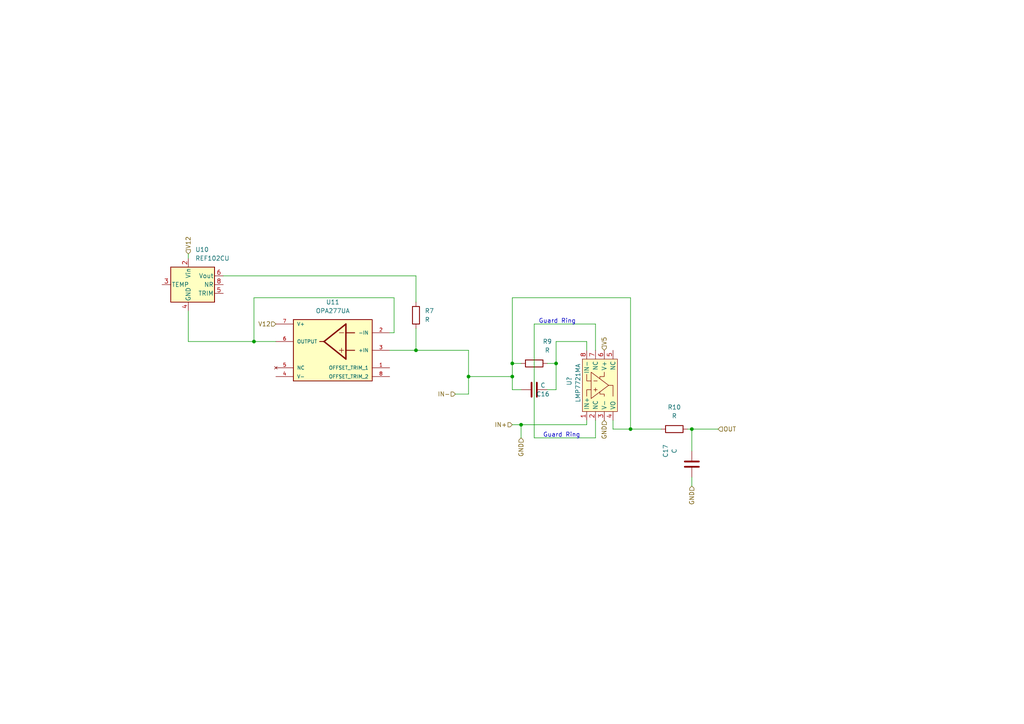
<source format=kicad_sch>
(kicad_sch (version 20211123) (generator eeschema)
  (paper "A4")
  (lib_symbols
    (symbol "Device:C" (pin_numbers hide) (pin_names (offset 0.254))
      (property "Reference" "C" (at 0.635 2.54 0))
      (property "Value" "C" (at 0.635 -2.54 0))
      (symbol "C_0_1"
        (polyline (pts (xy -2.032 -0.762) (xy 2.032 -0.762)) (stroke (width 0.508)))
        (polyline (pts (xy -2.032 0.762) (xy 2.032 0.762)) (stroke (width 0.508)))
      )
      (symbol "C_1_1"
        (pin passive line (at 0 3.81 270) (length 2.794) (name "~") (number "1"))
        (pin passive line (at 0 -3.81 90) (length 2.794) (name "~") (number "2"))
      )
    )
    (symbol "Device:R" (pin_numbers hide) (pin_names (offset 0))
      (property "Reference" "R" (at 2.032 0 90))
      (property "Value" "R" (at 0 0 90))
      (symbol "R_0_1"
        (rectangle (start -1.016 -2.54) (end 1.016 2.54) (stroke (width 0.254)))
      )
      (symbol "R_1_1"
        (pin passive line (at 0 3.81 270) (length 1.27) (name "~") (number "1"))
        (pin passive line (at 0 -3.81 90) (length 1.27) (name "~") (number "2"))
      )
    )
    (symbol "LMP7721:LMP7721MA"
      (property "Reference" "U" (at 0 6.35 0))
      (property "Value" "LMP7721MA" (at -0.635 8.89 0))
      (symbol "LMP7721MA_0_1"
        (rectangle (start -7.62 5.08) (end 7.62 -5.08) (fill (type background)))
        (polyline (pts (xy -1.778 1.27) (xy -0.762 1.27)))
        (polyline (pts (xy -1.27 1.778) (xy -1.27 0.762)))
        (polyline (pts (xy 1.27 1.778) (xy 1.27 0.762)))
        (polyline (pts (xy -1.27 2.54) (xy -1.27 3.81) (xy -3.175 3.81)))
        (polyline (pts (xy 0 -2.54) (xy 0 -3.81) (xy -3.175 -3.81)))
        (polyline (pts (xy 1.27 2.54) (xy 1.27 3.81) (xy 3.175 3.81)))
        (polyline (pts (xy -3.81 2.54) (xy 3.81 2.54) (xy 0 -2.54) (xy -3.81 2.54)))
        (polyline (pts (xy -1.905 0) (xy -2.54 0) (xy -2.54 -1.27) (xy -3.175 -1.27)))
        (polyline (pts (xy 1.905 0) (xy 2.54 0) (xy 2.54 -1.27) (xy 3.81 -1.27)))
      )
      (symbol "LMP7721MA_1_1"
        (pin input line (at -10.16 3.81 0) (length 2.54) (name "IN+") (number "1"))
        (pin input line (at -10.16 1.27 0) (length 2.54) (name "NC") (number "2"))
        (pin input line (at -10.16 -1.27 0) (length 2.54) (name "V-") (number "3"))
        (pin input line (at -10.16 -3.81 0) (length 2.54) (name "VO") (number "4"))
        (pin input line (at 10.16 -3.81 180) (length 2.54) (name "NC") (number "5"))
        (pin input line (at 10.16 -1.27 180) (length 2.54) (name "V+") (number "6"))
        (pin input line (at 10.16 1.27 180) (length 2.54) (name "NC") (number "7"))
        (pin input line (at 10.16 3.81 180) (length 2.54) (name "IN-") (number "8"))
      )
    )
    (symbol "OPAx277:OPA277UA" (pin_names (offset 1.016))
      (property "Reference" "U" (at -10.16 13.97 0))
      (property "Value" "OPA277UA" (at -10.16 -6.35 0))
      (symbol "OPA277UA_0_0"
        (rectangle (start -10.16 13.97) (end 12.7 -3.81) (stroke (width 0.254)) (fill (type background)))
        (polyline (pts (xy -5.08 5.08) (xy -2.54 5.08)) (stroke (width 0.254)))
        (polyline (pts (xy -5.08 10.16) (xy -2.54 10.16)) (stroke (width 0.254)))
        (polyline (pts (xy -2.54 2.54) (xy 3.81 7.62)) (stroke (width 0.4064)))
        (polyline (pts (xy -2.54 5.08) (xy -2.54 2.54)) (stroke (width 0.4064)))
        (polyline (pts (xy -2.54 10.16) (xy -2.54 5.08)) (stroke (width 0.4064)))
        (polyline (pts (xy -2.54 12.7) (xy -2.54 10.16)) (stroke (width 0.4064)))
        (polyline (pts (xy -1.905 5.08) (xy -0.635 5.08)) (stroke (width 0.1524)))
        (polyline (pts (xy -1.905 10.16) (xy -0.635 10.16)) (stroke (width 0.1524)))
        (polyline (pts (xy -1.27 5.715) (xy -1.27 4.445)) (stroke (width 0.1524)))
        (polyline (pts (xy 3.81 7.62) (xy -2.54 12.7)) (stroke (width 0.4064)))
        (polyline (pts (xy 3.81 7.62) (xy 5.08 7.62)) (stroke (width 0.254)))
        (pin input line (at -15.24 0 0) (length 5.08) (name "OFFSET_TRIM_1") (number "1"))
        (pin input line (at -15.24 10.16 0) (length 5.08) (name "-IN") (number "2"))
        (pin input line (at -15.24 5.08 0) (length 5.08) (name "+IN") (number "3"))
        (pin power_in line (at 17.78 -2.54 180) (length 5.08) (name "V-") (number "4"))
        (pin no_connect line (at 17.78 0 180) (length 5.08) (name "NC") (number "5"))
        (pin output line (at 17.78 7.62 180) (length 5.08) (name "OUTPUT") (number "6"))
        (pin power_in line (at 17.78 12.7 180) (length 5.08) (name "V+") (number "7"))
        (pin input line (at -15.24 -2.54 0) (length 5.08) (name "OFFSET_TRIM_2") (number "8"))
      )
    )
    (symbol "Reference_Voltage:REF102CU" (pin_names (offset 0.254))
      (property "Reference" "U" (at 0 8.255 0))
      (property "Value" "REF102CU" (at 3.175 6.35 0))
      (symbol "REF102CU_0_1"
        (rectangle (start -7.62 5.08) (end 5.08 -5.08) (stroke (width 0.254)) (fill (type background)))
      )
      (symbol "REF102CU_1_1"
        (pin no_connect line (at -5.08 -5.08 90) (length 2.54) hide (name "NC") (number "1"))
        (pin power_in line (at -2.54 7.62 270) (length 2.54) (name "Vin") (number "2"))
        (pin passive line (at -10.16 0 0) (length 2.54) (name "TEMP") (number "3"))
        (pin power_in line (at -2.54 -7.62 90) (length 2.54) (name "GND") (number "4"))
        (pin passive line (at 7.62 -2.54 180) (length 2.54) (name "TRIM") (number "5"))
        (pin power_out line (at 7.62 2.54 180) (length 2.54) (name "Vout") (number "6"))
        (pin no_connect line (at 0 -5.08 90) (length 2.54) hide (name "NC") (number "7"))
        (pin passive line (at 7.62 0 180) (length 2.54) (name "NR") (number "8"))
      )
    )
  )
  (junction (at 151.13 123.19))
  (junction (at 148.59 109.22))
  (junction (at 73.66 99.06))
  (junction (at 182.88 124.46))
  (junction (at 135.89 109.22))
  (junction (at 148.59 105.41))
  (junction (at 200.66 124.46))
  (junction (at 120.65 101.6))
  (junction (at 161.29 105.41))
  (wire (pts (xy 73.66 86.36) (xy 114.3 86.36)))
  (wire (pts (xy 54.61 99.06) (xy 73.66 99.06)))
  (wire (pts (xy 148.59 86.36) (xy 148.59 105.41)))
  (wire (pts (xy 148.59 86.36) (xy 182.88 86.36)))
  (wire (pts (xy 170.18 99.06) (xy 170.18 101.6)))
  (wire (pts (xy 200.66 124.46) (xy 208.28 124.46)))
  (wire (pts (xy 172.72 127) (xy 172.72 121.92)))
  (wire (pts (xy 148.59 123.19) (xy 151.13 123.19)))
  (wire (pts (xy 170.18 121.92) (xy 170.18 123.19)))
  (wire (pts (xy 113.03 101.6) (xy 120.65 101.6)))
  (wire (pts (xy 135.89 109.22) (xy 135.89 114.3)))
  (wire (pts (xy 120.65 95.25) (xy 120.65 101.6)))
  (wire (pts (xy 54.61 90.17) (xy 54.61 99.06)))
  (wire (pts (xy 148.59 113.03) (xy 148.59 109.22)))
  (wire (pts (xy 158.75 105.41) (xy 161.29 105.41)))
  (wire (pts (xy 200.66 138.43) (xy 200.66 140.97)))
  (wire (pts (xy 172.72 93.98) (xy 154.94 93.98)))
  (wire (pts (xy 120.65 101.6) (xy 135.89 101.6)))
  (wire (pts (xy 135.89 109.22) (xy 148.59 109.22)))
  (wire (pts (xy 154.94 127) (xy 172.72 127)))
  (wire (pts (xy 151.13 113.03) (xy 148.59 113.03)))
  (wire (pts (xy 80.01 99.06) (xy 73.66 99.06)))
  (wire (pts (xy 151.13 123.19) (xy 151.13 127)))
  (wire (pts (xy 177.8 124.46) (xy 177.8 121.92)))
  (wire (pts (xy 161.29 99.06) (xy 170.18 99.06)))
  (wire (pts (xy 73.66 99.06) (xy 73.66 86.36)))
  (wire (pts (xy 154.94 93.98) (xy 154.94 127)))
  (wire (pts (xy 182.88 86.36) (xy 182.88 124.46)))
  (wire (pts (xy 120.65 87.63) (xy 120.65 80.01)))
  (wire (pts (xy 161.29 113.03) (xy 161.29 105.41)))
  (wire (pts (xy 182.88 124.46) (xy 177.8 124.46)))
  (wire (pts (xy 148.59 109.22) (xy 148.59 105.41)))
  (wire (pts (xy 132.08 114.3) (xy 135.89 114.3)))
  (wire (pts (xy 114.3 96.52) (xy 113.03 96.52)))
  (wire (pts (xy 200.66 124.46) (xy 200.66 130.81)))
  (wire (pts (xy 158.75 113.03) (xy 161.29 113.03)))
  (wire (pts (xy 161.29 105.41) (xy 161.29 99.06)))
  (wire (pts (xy 182.88 124.46) (xy 191.77 124.46)))
  (wire (pts (xy 54.61 74.93) (xy 54.61 73.66)))
  (wire (pts (xy 120.65 80.01) (xy 64.77 80.01)))
  (wire (pts (xy 114.3 86.36) (xy 114.3 96.52)))
  (wire (pts (xy 135.89 101.6) (xy 135.89 109.22)))
  (wire (pts (xy 151.13 123.19) (xy 170.18 123.19)))
  (wire (pts (xy 172.72 101.6) (xy 172.72 93.98)))
  (wire (pts (xy 148.59 105.41) (xy 151.13 105.41)))
  (wire (pts (xy 199.39 124.46) (xy 200.66 124.46)))
  (text "Guard Ring" (at 157.48 127 0) (effects (font (size 1.27 1.27)) (justify left bottom)))
  (text "Guard Ring" (at 156.21 93.98 0) (effects (font (size 1.27 1.27)) (justify left bottom)))
  (hierarchical_label "GND" (shape input) (at 151.13 127 270))
  (hierarchical_label "IN+" (shape input) (at 148.59 123.19 180))
  (hierarchical_label "IN-" (shape input) (at 132.08 114.3 180))
  (hierarchical_label "GND" (shape input) (at 200.66 140.97 270))
  (hierarchical_label "GND" (shape input) (at 175.26 121.92 270))
  (hierarchical_label "OUT" (shape input) (at 208.28 124.46 0))
  (hierarchical_label "V12" (shape input) (at 54.61 73.66 90))
  (hierarchical_label "V5" (shape input) (at 175.26 101.6 90))
  (hierarchical_label "V12" (shape input) (at 80.01 93.98 180))
  (symbol (lib_id "Reference_Voltage:REF102CU") (at 57.15 82.55 0) (unit 1)
    (property "Reference" "U10" (at 56.6294 72.39 0) (effects (justify left)))
    (property "Value" "REF102CU" (at 56.6294 74.93 0) (effects (justify left)))
    (property "Footprint" "Package_SO:SOIC-8_3.9x4.9mm_P1.27mm" (effects hide))
    (property "Datasheet" "http://www.ti.com/lit/ds/symlink/ref02.pdf" (effects hide))
  )
  (symbol (lib_id "LMP7721:LMP7721MA") (at 173.99 111.76 90) (unit 1)
    (property "Reference" "U?" (at 165.1 109.22 0) (effects (justify right)))
    (property "Value" "LMP7721MA" (at 167.64 105.41 0) (effects (justify right)))
    (property "Footprint" "Package_SO:SOIC-8_3.9x4.9mm_P1.27mm" (effects hide))
  )
  (symbol (lib_id "OPAx277:OPA277UA") (at 97.79 106.68 0) (mirror y) (unit 1)
    (property "Reference" "U11" (at 96.52 87.63 0))
    (property "Value" "OPA277UA" (at 96.52 90.17 0))
    (property "Footprint" "Package_SO:SOIC-8_3.9x4.9mm_P1.27mm" (effects hide))
    (property "PARTREV" "02/2019" (effects hide))
    (property "MAXIMUM_PACKAGE_HEIGHT" "1.75 mm" (effects hide))
    (property "STANDARD" "IPC 7351B" (effects hide))
    (property "MANUFACTURER" "Texas Instruments" (effects hide))
  )
  (symbol (lib_id "Device:R") (at 154.94 105.41 90) (unit 1)
    (property "Reference" "R9" (at 158.75 99.06 90))
    (property "Value" "R" (at 158.75 101.6 90))
    (property "Footprint" "Resistor_SMD:R_0805_2012Metric" (effects hide))
  )
  (symbol (lib_id "Device:C") (at 154.94 113.03 90) (unit 1)
    (property "Reference" "C16" (at 157.48 114.3 90))
    (property "Value" "C" (at 157.48 111.76 90))
    (property "Footprint" "Capacitor_SMD:C_0805_2012Metric" (effects hide))
  )
  (symbol (lib_id "Device:C") (at 200.66 134.62 180) (unit 1)
    (property "Reference" "C17" (at 193.04 130.81 90))
    (property "Value" "C" (at 195.58 130.81 90))
    (property "Footprint" "Capacitor_SMD:C_0603_1608Metric" (effects hide))
  )
  (symbol (lib_id "Device:R") (at 120.65 91.44 180) (unit 1)
    (property "Reference" "R7" (at 123.19 90.1699 0) (effects (justify right)))
    (property "Value" "R" (at 123.19 92.7099 0) (effects (justify right)))
    (property "Footprint" "Resistor_SMD:R_0603_1608Metric" (effects hide))
  )
  (symbol (lib_id "Device:R") (at 195.58 124.46 270) (unit 1)
    (property "Reference" "R10" (at 195.58 118.11 90))
    (property "Value" "R" (at 195.58 120.65 90))
    (property "Footprint" "Resistor_SMD:R_0603_1608Metric" (effects hide))
  )
)
</source>
